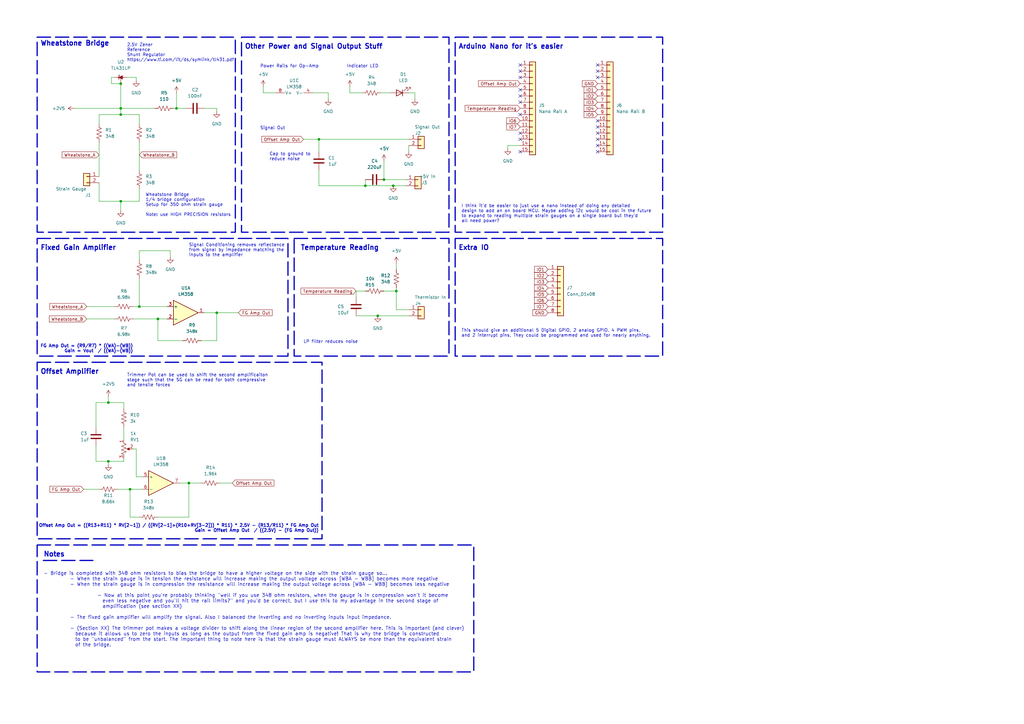
<source format=kicad_sch>
(kicad_sch (version 20230121) (generator eeschema)
  (paper "A3")
  (lib_symbols
    (symbol "Amplifier_Operational:LM358" (pin_names (offset 0.127))
      (property "Reference" "U" (at 0 5.08 0))
      (property "Value" "LM358" (at 0 -5.08 0))
      (symbol "LM358_1_1"
        (polyline (pts (xy -5.08 5.08) (xy 5.08 0) (xy -5.08 -5.08) (xy -5.08 5.08)) (stroke (width 0.254)) (fill (type background)))
        (pin output line (at 7.62 0 180) (length 2.54) (name "~") (number "1"))
        (pin input line (at -7.62 -2.54 0) (length 2.54) (name "-") (number "2"))
        (pin input line (at -7.62 2.54 0) (length 2.54) (name "+") (number "3"))
      )
      (symbol "LM358_2_1"
        (polyline (pts (xy -5.08 5.08) (xy 5.08 0) (xy -5.08 -5.08) (xy -5.08 5.08)) (stroke (width 0.254)) (fill (type background)))
        (pin input line (at -7.62 2.54 0) (length 2.54) (name "+") (number "5"))
        (pin input line (at -7.62 -2.54 0) (length 2.54) (name "-") (number "6"))
        (pin output line (at 7.62 0 180) (length 2.54) (name "~") (number "7"))
      )
      (symbol "LM358_3_1"
        (pin power_in line (at -2.54 -7.62 90) (length 3.81) (name "V-") (number "4"))
        (pin power_in line (at -2.54 7.62 270) (length 3.81) (name "V+") (number "8"))
      )
    )
    (symbol "Connector_Generic:Conn_01x02" (pin_names (offset 1.016) hide)
      (property "Reference" "J" (at 0 2.54 0))
      (property "Value" "Conn_01x02" (at 0 -5.08 0))
      (symbol "Conn_01x02_1_1"
        (rectangle (start -1.27 -2.413) (end 0 -2.667) (stroke (width 0.1524)))
        (rectangle (start -1.27 0.127) (end 0 -0.127) (stroke (width 0.1524)))
        (rectangle (start -1.27 1.27) (end 1.27 -3.81) (stroke (width 0.254)) (fill (type background)))
        (pin passive line (at -5.08 0 0) (length 3.81) (name "Pin_1") (number "1"))
        (pin passive line (at -5.08 -2.54 0) (length 3.81) (name "Pin_2") (number "2"))
      )
    )
    (symbol "Connector_Generic:Conn_01x08" (pin_names (offset 1.016) hide)
      (property "Reference" "J" (at 0 10.16 0))
      (property "Value" "Conn_01x08" (at 0 -12.7 0))
      (symbol "Conn_01x08_1_1"
        (rectangle (start -1.27 -10.033) (end 0 -10.287) (stroke (width 0.1524)))
        (rectangle (start -1.27 -7.493) (end 0 -7.747) (stroke (width 0.1524)))
        (rectangle (start -1.27 -4.953) (end 0 -5.207) (stroke (width 0.1524)))
        (rectangle (start -1.27 -2.413) (end 0 -2.667) (stroke (width 0.1524)))
        (rectangle (start -1.27 0.127) (end 0 -0.127) (stroke (width 0.1524)))
        (rectangle (start -1.27 2.667) (end 0 2.413) (stroke (width 0.1524)))
        (rectangle (start -1.27 5.207) (end 0 4.953) (stroke (width 0.1524)))
        (rectangle (start -1.27 7.747) (end 0 7.493) (stroke (width 0.1524)))
        (rectangle (start -1.27 8.89) (end 1.27 -11.43) (stroke (width 0.254)) (fill (type background)))
        (pin passive line (at -5.08 7.62 0) (length 3.81) (name "Pin_1") (number "1"))
        (pin passive line (at -5.08 5.08 0) (length 3.81) (name "Pin_2") (number "2"))
        (pin passive line (at -5.08 2.54 0) (length 3.81) (name "Pin_3") (number "3"))
        (pin passive line (at -5.08 0 0) (length 3.81) (name "Pin_4") (number "4"))
        (pin passive line (at -5.08 -2.54 0) (length 3.81) (name "Pin_5") (number "5"))
        (pin passive line (at -5.08 -5.08 0) (length 3.81) (name "Pin_6") (number "6"))
        (pin passive line (at -5.08 -7.62 0) (length 3.81) (name "Pin_7") (number "7"))
        (pin passive line (at -5.08 -10.16 0) (length 3.81) (name "Pin_8") (number "8"))
      )
    )
    (symbol "Connector_Generic:Conn_01x15" (pin_names (offset 1.016) hide)
      (property "Reference" "J" (at 0 20.32 0))
      (property "Value" "Conn_01x15" (at 0 -20.32 0))
      (symbol "Conn_01x15_1_1"
        (rectangle (start -1.27 -17.653) (end 0 -17.907) (stroke (width 0.1524)))
        (rectangle (start -1.27 -15.113) (end 0 -15.367) (stroke (width 0.1524)))
        (rectangle (start -1.27 -12.573) (end 0 -12.827) (stroke (width 0.1524)))
        (rectangle (start -1.27 -10.033) (end 0 -10.287) (stroke (width 0.1524)))
        (rectangle (start -1.27 -7.493) (end 0 -7.747) (stroke (width 0.1524)))
        (rectangle (start -1.27 -4.953) (end 0 -5.207) (stroke (width 0.1524)))
        (rectangle (start -1.27 -2.413) (end 0 -2.667) (stroke (width 0.1524)))
        (rectangle (start -1.27 0.127) (end 0 -0.127) (stroke (width 0.1524)))
        (rectangle (start -1.27 2.667) (end 0 2.413) (stroke (width 0.1524)))
        (rectangle (start -1.27 5.207) (end 0 4.953) (stroke (width 0.1524)))
        (rectangle (start -1.27 7.747) (end 0 7.493) (stroke (width 0.1524)))
        (rectangle (start -1.27 10.287) (end 0 10.033) (stroke (width 0.1524)))
        (rectangle (start -1.27 12.827) (end 0 12.573) (stroke (width 0.1524)))
        (rectangle (start -1.27 15.367) (end 0 15.113) (stroke (width 0.1524)))
        (rectangle (start -1.27 17.907) (end 0 17.653) (stroke (width 0.1524)))
        (rectangle (start -1.27 19.05) (end 1.27 -19.05) (stroke (width 0.254)) (fill (type background)))
        (pin passive line (at -5.08 17.78 0) (length 3.81) (name "Pin_1") (number "1"))
        (pin passive line (at -5.08 -5.08 0) (length 3.81) (name "Pin_10") (number "10"))
        (pin passive line (at -5.08 -7.62 0) (length 3.81) (name "Pin_11") (number "11"))
        (pin passive line (at -5.08 -10.16 0) (length 3.81) (name "Pin_12") (number "12"))
        (pin passive line (at -5.08 -12.7 0) (length 3.81) (name "Pin_13") (number "13"))
        (pin passive line (at -5.08 -15.24 0) (length 3.81) (name "Pin_14") (number "14"))
        (pin passive line (at -5.08 -17.78 0) (length 3.81) (name "Pin_15") (number "15"))
        (pin passive line (at -5.08 15.24 0) (length 3.81) (name "Pin_2") (number "2"))
        (pin passive line (at -5.08 12.7 0) (length 3.81) (name "Pin_3") (number "3"))
        (pin passive line (at -5.08 10.16 0) (length 3.81) (name "Pin_4") (number "4"))
        (pin passive line (at -5.08 7.62 0) (length 3.81) (name "Pin_5") (number "5"))
        (pin passive line (at -5.08 5.08 0) (length 3.81) (name "Pin_6") (number "6"))
        (pin passive line (at -5.08 2.54 0) (length 3.81) (name "Pin_7") (number "7"))
        (pin passive line (at -5.08 0 0) (length 3.81) (name "Pin_8") (number "8"))
        (pin passive line (at -5.08 -2.54 0) (length 3.81) (name "Pin_9") (number "9"))
      )
    )
    (symbol "Device:C" (pin_numbers hide) (pin_names (offset 0.254))
      (property "Reference" "C" (at 0.635 2.54 0))
      (property "Value" "C" (at 0.635 -2.54 0))
      (symbol "C_0_1"
        (polyline (pts (xy -2.032 -0.762) (xy 2.032 -0.762)) (stroke (width 0.508)))
        (polyline (pts (xy -2.032 0.762) (xy 2.032 0.762)) (stroke (width 0.508)))
      )
      (symbol "C_1_1"
        (pin passive line (at 0 3.81 270) (length 2.794) (name "~") (number "1"))
        (pin passive line (at 0 -3.81 90) (length 2.794) (name "~") (number "2"))
      )
    )
    (symbol "Device:LED" (pin_numbers hide) (pin_names (offset 1.016) hide)
      (property "Reference" "D" (at 0 2.54 0))
      (property "Value" "LED" (at 0 -2.54 0))
      (symbol "LED_0_1"
        (polyline (pts (xy -1.27 -1.27) (xy -1.27 1.27)) (stroke (width 0.254)))
        (polyline (pts (xy -1.27 0) (xy 1.27 0)))
        (polyline (pts (xy 1.27 -1.27) (xy 1.27 1.27) (xy -1.27 0) (xy 1.27 -1.27)) (stroke (width 0.254)))
        (polyline (pts (xy -3.048 -0.762) (xy -4.572 -2.286) (xy -3.81 -2.286) (xy -4.572 -2.286) (xy -4.572 -1.524)))
        (polyline (pts (xy -1.778 -0.762) (xy -3.302 -2.286) (xy -2.54 -2.286) (xy -3.302 -2.286) (xy -3.302 -1.524)))
      )
      (symbol "LED_1_1"
        (pin passive line (at -3.81 0 0) (length 2.54) (name "K") (number "1"))
        (pin passive line (at 3.81 0 180) (length 2.54) (name "A") (number "2"))
      )
    )
    (symbol "Device:R_Potentiometer_US" (pin_names (offset 1.016) hide)
      (property "Reference" "RV" (at -4.445 0 90))
      (property "Value" "R_Potentiometer_US" (at -2.54 0 90))
      (symbol "R_Potentiometer_US_0_1"
        (polyline (pts (xy 0 -2.286) (xy 0 -2.54)))
        (polyline (pts (xy 0 2.54) (xy 0 2.286)))
        (polyline (pts (xy 2.54 0) (xy 1.524 0)))
        (polyline (pts (xy 1.143 0) (xy 2.286 0.508) (xy 2.286 -0.508) (xy 1.143 0)) (fill (type outline)))
        (polyline (pts (xy 0 -0.762) (xy 1.016 -1.143) (xy 0 -1.524) (xy -1.016 -1.905) (xy 0 -2.286)))
        (polyline (pts (xy 0 0.762) (xy 1.016 0.381) (xy 0 0) (xy -1.016 -0.381) (xy 0 -0.762)))
        (polyline (pts (xy 0 2.286) (xy 1.016 1.905) (xy 0 1.524) (xy -1.016 1.143) (xy 0 0.762)))
      )
      (symbol "R_Potentiometer_US_1_1"
        (pin passive line (at 0 3.81 270) (length 1.27) (name "1") (number "1"))
        (pin passive line (at 3.81 0 180) (length 1.27) (name "2") (number "2"))
        (pin passive line (at 0 -3.81 90) (length 1.27) (name "3") (number "3"))
      )
    )
    (symbol "Device:R_US" (pin_numbers hide) (pin_names (offset 0))
      (property "Reference" "R" (at 2.54 0 90))
      (property "Value" "R_US" (at -2.54 0 90))
      (symbol "R_US_0_1"
        (polyline (pts (xy 0 -2.286) (xy 0 -2.54)))
        (polyline (pts (xy 0 2.286) (xy 0 2.54)))
        (polyline (pts (xy 0 -0.762) (xy 1.016 -1.143) (xy 0 -1.524) (xy -1.016 -1.905) (xy 0 -2.286)))
        (polyline (pts (xy 0 0.762) (xy 1.016 0.381) (xy 0 0) (xy -1.016 -0.381) (xy 0 -0.762)))
        (polyline (pts (xy 0 2.286) (xy 1.016 1.905) (xy 0 1.524) (xy -1.016 1.143) (xy 0 0.762)))
      )
      (symbol "R_US_1_1"
        (pin passive line (at 0 3.81 270) (length 1.27) (name "~") (number "1"))
        (pin passive line (at 0 -3.81 90) (length 1.27) (name "~") (number "2"))
      )
    )
    (symbol "Reference_Voltage:TL431LP" (pin_numbers hide) (pin_names hide)
      (property "Reference" "U" (at -2.54 2.54 0))
      (property "Value" "TL431LP" (at 0 -2.54 0))
      (symbol "TL431LP_0_1"
        (polyline (pts (xy -1.27 0) (xy 0 0) (xy 1.27 0)))
        (polyline (pts (xy -0.762 0.762) (xy 0.762 0) (xy -0.762 -0.762)) (fill (type outline)))
        (polyline (pts (xy 0.508 -1.016) (xy 0.762 -0.762) (xy 0.762 0.762) (xy 0.762 0.762)) (stroke (width 0.254)))
      )
      (symbol "TL431LP_1_1"
        (pin passive line (at 0 2.54 270) (length 2.54) (name "REF") (number "1"))
        (pin passive line (at -2.54 0 0) (length 2.54) (name "A") (number "2"))
        (pin passive line (at 2.54 0 180) (length 2.54) (name "K") (number "3"))
      )
    )
    (symbol "power:+2V5" (power) (pin_names (offset 0))
      (property "Value" "+2V5" (at 0 3.556 0))
      (symbol "+2V5_0_1"
        (polyline (pts (xy -0.762 1.27) (xy 0 2.54)))
        (polyline (pts (xy 0 0) (xy 0 2.54)))
        (polyline (pts (xy 0 2.54) (xy 0.762 1.27)))
      )
      (symbol "+2V5_1_1"
        (pin power_in line (at 0 0 90) (length 0) hide (name "+2V5") (number "1"))
      )
    )
    (symbol "power:+5V" (power) (pin_names (offset 0))
      (property "Value" "+5V" (at 0 3.556 0))
      (symbol "+5V_0_1"
        (polyline (pts (xy -0.762 1.27) (xy 0 2.54)))
        (polyline (pts (xy 0 0) (xy 0 2.54)))
        (polyline (pts (xy 0 2.54) (xy 0.762 1.27)))
      )
      (symbol "+5V_1_1"
        (pin power_in line (at 0 0 90) (length 0) hide (name "+5V") (number "1"))
      )
    )
    (symbol "power:GND" (power) (pin_names (offset 0))
      (property "Value" "GND" (at 0 -3.81 0))
      (symbol "GND_0_1"
        (polyline (pts (xy 0 0) (xy 0 -1.27) (xy 1.27 -1.27) (xy 0 -2.54) (xy -1.27 -1.27) (xy 0 -1.27)))
      )
      (symbol "GND_1_1"
        (pin power_in line (at 0 0 270) (length 0) hide (name "GND") (number "1"))
      )
    )
  )
  (junction (at 49.53 46.99))
  (junction (at 88.9 128.27))
  (junction (at 154.94 129.54))
  (junction (at 57.15 125.73))
  (junction (at 49.53 34.29))
  (junction (at 149.86 76.2))
  (junction (at 162.56 119.38))
  (junction (at 44.45 189.23))
  (junction (at 64.77 130.81))
  (junction (at 44.45 165.1))
  (junction (at 49.53 44.45))
  (junction (at 53.34 200.66))
  (junction (at 77.47 198.12))
  (junction (at 161.29 76.2))
  (junction (at 49.53 82.55))
  (junction (at 157.48 73.66))
  (junction (at 72.39 44.45))
  (junction (at 130.81 57.15))
  (no_connect (at 213.36 62.23))
  (no_connect (at 213.36 36.83))
  (no_connect (at 213.36 26.67))
  (no_connect (at 245.11 62.23))
  (no_connect (at 213.36 39.37))
  (no_connect (at 245.11 49.53))
  (no_connect (at 213.36 54.61))
  (no_connect (at 245.11 31.75))
  (no_connect (at 213.36 46.99))
  (no_connect (at 245.11 59.69))
  (no_connect (at 245.11 29.21))
  (no_connect (at 245.11 57.15))
  (no_connect (at 245.11 54.61))
  (no_connect (at 213.36 29.21))
  (no_connect (at 245.11 26.67))
  (no_connect (at 213.36 41.91))
  (no_connect (at 245.11 52.07))
  (no_connect (at 213.36 57.15))
  (no_connect (at 213.36 31.75))
  (wire (pts (xy 162.56 107.95) (xy 162.56 110.49)))
  (wire (pts (xy 130.81 57.15) (xy 130.81 62.23)))
  (wire (pts (xy 143.51 35.56) (xy 143.51 38.1)))
  (wire (pts (xy 167.64 59.69) (xy 167.64 62.23)))
  (wire (pts (xy 53.34 200.66) (xy 58.42 200.66)))
  (wire (pts (xy 167.64 127) (xy 162.56 127)))
  (wire (pts (xy 40.64 74.93) (xy 40.64 82.55)))
  (wire (pts (xy 39.37 165.1) (xy 44.45 165.1)))
  (wire (pts (xy 107.95 35.56) (xy 107.95 38.1)))
  (wire (pts (xy 57.15 58.42) (xy 57.15 69.85)))
  (wire (pts (xy 130.81 57.15) (xy 167.64 57.15)))
  (wire (pts (xy 44.45 189.23) (xy 39.37 189.23)))
  (wire (pts (xy 90.17 198.12) (xy 95.25 198.12)))
  (wire (pts (xy 57.15 77.47) (xy 57.15 82.55)))
  (wire (pts (xy 39.37 189.23) (xy 39.37 182.88)))
  (wire (pts (xy 107.95 38.1) (xy 113.03 38.1)))
  (wire (pts (xy 157.48 66.04) (xy 157.48 73.66)))
  (wire (pts (xy 83.82 128.27) (xy 88.9 128.27)))
  (wire (pts (xy 64.77 130.81) (xy 68.58 130.81)))
  (wire (pts (xy 53.34 212.09) (xy 53.34 200.66)))
  (wire (pts (xy 57.15 106.68) (xy 57.15 102.87)))
  (wire (pts (xy 54.61 184.15) (xy 55.88 184.15)))
  (wire (pts (xy 40.64 58.42) (xy 40.64 72.39)))
  (wire (pts (xy 88.9 45.72) (xy 88.9 44.45)))
  (wire (pts (xy 49.53 82.55) (xy 49.53 86.36)))
  (wire (pts (xy 69.85 102.87) (xy 69.85 105.41)))
  (wire (pts (xy 55.88 31.75) (xy 55.88 33.02)))
  (wire (pts (xy 50.8 165.1) (xy 50.8 167.64)))
  (wire (pts (xy 55.88 184.15) (xy 55.88 195.58)))
  (wire (pts (xy 162.56 127) (xy 162.56 119.38)))
  (wire (pts (xy 44.45 162.56) (xy 44.45 165.1)))
  (wire (pts (xy 49.53 44.45) (xy 49.53 46.99)))
  (wire (pts (xy 40.64 46.99) (xy 49.53 46.99)))
  (wire (pts (xy 49.53 46.99) (xy 57.15 46.99)))
  (wire (pts (xy 48.26 200.66) (xy 53.34 200.66)))
  (wire (pts (xy 77.47 198.12) (xy 82.55 198.12)))
  (wire (pts (xy 134.62 38.1) (xy 134.62 40.64)))
  (wire (pts (xy 208.28 59.69) (xy 213.36 59.69)))
  (wire (pts (xy 55.88 195.58) (xy 58.42 195.58)))
  (wire (pts (xy 154.94 129.54) (xy 167.64 129.54)))
  (wire (pts (xy 88.9 128.27) (xy 97.79 128.27)))
  (wire (pts (xy 50.8 187.96) (xy 50.8 189.23)))
  (wire (pts (xy 88.9 139.7) (xy 82.55 139.7)))
  (wire (pts (xy 35.56 125.73) (xy 46.99 125.73)))
  (wire (pts (xy 46.99 31.75) (xy 45.72 31.75)))
  (wire (pts (xy 35.56 130.81) (xy 46.99 130.81)))
  (wire (pts (xy 149.86 73.66) (xy 149.86 76.2)))
  (wire (pts (xy 50.8 189.23) (xy 44.45 189.23)))
  (wire (pts (xy 130.81 76.2) (xy 149.86 76.2)))
  (wire (pts (xy 49.53 44.45) (xy 63.5 44.45)))
  (wire (pts (xy 45.72 31.75) (xy 45.72 34.29)))
  (wire (pts (xy 130.81 69.85) (xy 130.81 76.2)))
  (wire (pts (xy 156.21 38.1) (xy 160.02 38.1)))
  (wire (pts (xy 49.53 82.55) (xy 57.15 82.55)))
  (wire (pts (xy 128.27 38.1) (xy 134.62 38.1)))
  (wire (pts (xy 72.39 38.1) (xy 72.39 44.45)))
  (wire (pts (xy 45.72 34.29) (xy 49.53 34.29)))
  (wire (pts (xy 146.05 129.54) (xy 154.94 129.54)))
  (wire (pts (xy 49.53 34.29) (xy 49.53 44.45)))
  (wire (pts (xy 146.05 121.92) (xy 146.05 119.38)))
  (wire (pts (xy 34.29 200.66) (xy 40.64 200.66)))
  (wire (pts (xy 40.64 82.55) (xy 49.53 82.55)))
  (wire (pts (xy 73.66 198.12) (xy 77.47 198.12)))
  (wire (pts (xy 50.8 175.26) (xy 50.8 180.34)))
  (wire (pts (xy 44.45 165.1) (xy 50.8 165.1)))
  (wire (pts (xy 44.45 189.23) (xy 44.45 190.5)))
  (wire (pts (xy 170.18 38.1) (xy 170.18 40.64)))
  (wire (pts (xy 74.93 139.7) (xy 64.77 139.7)))
  (wire (pts (xy 149.86 76.2) (xy 161.29 76.2)))
  (wire (pts (xy 88.9 44.45) (xy 83.82 44.45)))
  (wire (pts (xy 124.46 57.15) (xy 130.81 57.15)))
  (wire (pts (xy 54.61 130.81) (xy 64.77 130.81)))
  (wire (pts (xy 39.37 175.26) (xy 39.37 165.1)))
  (wire (pts (xy 143.51 38.1) (xy 148.59 38.1)))
  (wire (pts (xy 57.15 46.99) (xy 57.15 50.8)))
  (wire (pts (xy 64.77 139.7) (xy 64.77 130.81)))
  (wire (pts (xy 40.64 46.99) (xy 40.64 50.8)))
  (wire (pts (xy 57.15 114.3) (xy 57.15 125.73)))
  (wire (pts (xy 157.48 73.66) (xy 166.37 73.66)))
  (wire (pts (xy 64.77 212.09) (xy 77.47 212.09)))
  (wire (pts (xy 146.05 119.38) (xy 149.86 119.38)))
  (wire (pts (xy 57.15 212.09) (xy 53.34 212.09)))
  (wire (pts (xy 57.15 125.73) (xy 68.58 125.73)))
  (wire (pts (xy 208.28 60.96) (xy 208.28 59.69)))
  (wire (pts (xy 77.47 212.09) (xy 77.47 198.12)))
  (wire (pts (xy 30.48 44.45) (xy 49.53 44.45)))
  (wire (pts (xy 52.07 31.75) (xy 55.88 31.75)))
  (wire (pts (xy 161.29 76.2) (xy 166.37 76.2)))
  (wire (pts (xy 57.15 102.87) (xy 69.85 102.87)))
  (wire (pts (xy 71.12 44.45) (xy 72.39 44.45)))
  (wire (pts (xy 162.56 119.38) (xy 162.56 118.11)))
  (wire (pts (xy 88.9 128.27) (xy 88.9 139.7)))
  (wire (pts (xy 157.48 119.38) (xy 162.56 119.38)))
  (wire (pts (xy 72.39 44.45) (xy 76.2 44.45)))
  (wire (pts (xy 167.64 38.1) (xy 170.18 38.1)))
  (wire (pts (xy 54.61 125.73) (xy 57.15 125.73)))
  (rectangle (start 186.69 15.24) (end 271.78 95.25) (stroke (width 0.5) (type dash)))
  (rectangle (start 99.06 15.24) (end 184.15 95.25) (stroke (width 0.5) (type dash)))
  (rectangle (start 15.24 15.24) (end 96.52 95.25) (stroke (width 0.5) (type dash)))
  (rectangle (start 15.24 97.79) (end 118.11 146.05) (stroke (width 0.5) (type dash)))
  (rectangle (start 17.78 229.87) (end 38.1 229.87) (stroke (width 0.5) (type dash)))
  (rectangle (start 120.65 97.79) (end 184.15 146.05) (stroke (width 0.5) (type dash)))
  (rectangle (start 186.69 97.79) (end 271.78 146.05) (stroke (width 0.5) (type dash)))
  (rectangle (start 15.24 148.59) (end 132.08 220.98) (stroke (width 0.5) (type dash)))
  (rectangle (start 15.24 223.52) (end 194.31 275.59) (stroke (width 0.5) (type dash)))
  (text "- Bridge is completed with 348 ohm resistors to bias the bridge to have a higher voltage on the side with the strain gauge so...\n		- When the strain gauge is in tension the resistance will increase making the output voltage across [WBA - WBB] becomes more negative\n		- When the strain gauge is in compression the resistance will increase making the output voltage across [WBA - WBB] becomes less negative\n\n				- Now at this point you're probably thinking \"well if you use 348 ohm resistors, when the gauge is in compression won't it become \n				  even less negative and you'll hit the rail limits?\" and you'd be correct, but I use this to my advantage in the second stage of \n				  amplification (see section XX)\n\n		- The fixed gain amplifier will amplify the signal. Also I balanced the inverting and no inverting inputs input impedance. \n\n		- (Section XX) The trimmer pot makes a voltage divider to shift along the linear region of the second amplifier here. This is important (and clever)\n		  because it allows us to zero the inputs as long as the output from the fixed gain amp is negative! That is why the bridge is constructed\n		  to be \"unbalanced\" from the start. The important thing to note here is that the strain gauge must ALWAYS be more than the equivalent strain \n		  of the bridge. " (at 17.78 265.43 0) (effects (font (size 1.4 1.4)) (justify left bottom)))
  (text "Cap to ground to \nreduce noise" (at 110.49 66.04 0) (effects (font (size 1.27 1.27)) (justify left bottom)))
  (text "Offset Amplifier" (at 16.51 153.67 0) (effects (font (size 2 2) (thickness 0.4) bold) (justify left bottom)))
  (text "Fixed Gain Amplifier" (at 16.51 102.87 0) (effects (font (size 2 2) (thickness 0.4) bold) (justify left bottom)))
  (text "Wheatstone Bridge\n1/4 bridge configuration\nSetup for 350 ohm strain gauge\n\nNote: use HIGH PRECISION resistors\n" (at 59.69 88.9 0) (effects (font (size 1.27 1.27)) (justify left bottom)))
  (text "FG Amp Out = (R9/R7) * ((WA)-(WB))\n      Gain = Vout  / ((WA)-(WB))" (at 54.61 144.78 0) (effects (font (size 1.27 1.27) (thickness 0.254) bold) (justify right bottom)))
  (text "Arduino Nano for it's easier" (at 187.96 20.32 0) (effects (font (size 2 2) (thickness 0.4) bold) (justify left bottom)))
  (text "2.5V Zener \nReference\nShunt Regulator\nhttps://www.ti.com/lit/ds/symlink/tl431.pdf" (at 52.07 25.4 0) (effects (font (size 1.27 1.27)) (justify left bottom)))
  (text "Signal Out" (at 106.68 53.34 0) (effects (font (size 1.27 1.27)) (justify left bottom)))
  (text "Signal Conditioning removes reflectance\nfrom signal by impedance matching the\ninputs to the amplifier" (at 77.47 105.41 0) (effects (font (size 1.27 1.27)) (justify left bottom)))
  (text "Indicator LED" (at 142.24 27.94 0) (effects (font (size 1.27 1.27)) (justify left bottom)))
  (text "Trimmer Pot can be used to shift the second amplificaiton\nstage such that the SG can be read for both compressive\nand tensile forces" (at 52.07 158.75 0) (effects (font (size 1.27 1.27)) (justify left bottom)))
  (text "Notes\n" (at 17.78 228.6 0) (effects (font (size 2 2) (thickness 0.4) bold) (justify left bottom)))
  (text "Other Power and Signal Output Stuff" (at 100.33 20.32 0) (effects (font (size 2 2) (thickness 0.4) bold) (justify left bottom)))
  (text "I think it'd be easier to just use a nano instead of doing any detailed\ndesign to add an on board MCU. Maybe adding i2c would be cool in the future\nto expand to reading multiple strain gauges on a single board but they'd \nall need power?" (at 189.23 91.44 0) (effects (font (size 1.27 1.27)) (justify left bottom)))
  (text "Extra IO" (at 187.96 102.87 0) (effects (font (size 2 2) (thickness 0.4) bold) (justify left bottom)))
  (text "This should give an additional 5 Digital GPIO, 2 analog GPIO, 4 PWM pins, \nand 2 interrupt pins. They could be programmed and used for nearly anything." (at 189.23 138.43 0) (effects (font (size 1.27 1.27)) (justify left bottom)))
  (text "Temperature Reading" (at 123.19 102.87 0) (effects (font (size 2 2) (thickness 0.4) bold) (justify left bottom)))
  (text "Offset Amp Out = ((R13+R11) * RV[2-1]) / ((RV[2-1]+(R10+RV[3-2])) * R11) * 2.5V - (R13/R11) * FG Amp Out\n      														Gain = Offset Amp Out  / ((2.5V) - (FG Amp Out))" (at 130.81 218.44 0) (effects (font (size 1.27 1.27) (thickness 0.254) bold) (justify right bottom)))
  (text "LP filter reduces noise" (at 124.46 140.97 0) (effects (font (size 1.27 1.27)) (justify left bottom)))
  (text "Power Rails for Op-Amp" (at 106.68 27.94 0) (effects (font (size 1.27 1.27)) (justify left bottom)))
  (text "Wheatstone Bridge" (at 16.51 19.05 0) (effects (font (size 2 2) (thickness 0.4) bold) (justify left bottom)))
  (global_label "IO5" (shape input) (at 245.11 46.99 180) (property "Intersheetrefs" "${INTERSHEET_REFS}" (effects hide)))
  (global_label "Temperature Reading" (shape input) (at 146.05 119.38 180) (property "Intersheetrefs" "${INTERSHEET_REFS}" (effects hide)))
  (global_label "Wheatstone_A" (shape input) (at 40.64 63.5 180) (property "Intersheetrefs" "${INTERSHEET_REFS}" (effects hide)))
  (global_label "IO1" (shape input) (at 224.79 110.49 180) (property "Intersheetrefs" "${INTERSHEET_REFS}" (effects hide)))
  (global_label "IO6" (shape input) (at 213.36 49.53 180) (property "Intersheetrefs" "${INTERSHEET_REFS}" (effects hide)))
  (global_label "Temperature Reading" (shape input) (at 213.36 44.45 180) (property "Intersheetrefs" "${INTERSHEET_REFS}" (effects hide)))
  (global_label "Offset Amp Out" (shape input) (at 213.36 34.29 180) (property "Intersheetrefs" "${INTERSHEET_REFS}" (effects hide)))
  (global_label "IO4" (shape input) (at 224.79 118.11 180) (property "Intersheetrefs" "${INTERSHEET_REFS}" (effects hide)))
  (global_label "Offset Amp Out" (shape input) (at 95.25 198.12 0) (property "Intersheetrefs" "${INTERSHEET_REFS}" (effects hide)))
  (global_label "IO3" (shape input) (at 224.79 115.57 180) (property "Intersheetrefs" "${INTERSHEET_REFS}" (effects hide)))
  (global_label "IO4" (shape input) (at 245.11 44.45 180) (property "Intersheetrefs" "${INTERSHEET_REFS}" (effects hide)))
  (global_label "IO6" (shape input) (at 224.79 123.19 180) (property "Intersheetrefs" "${INTERSHEET_REFS}" (effects hide)))
  (global_label "Offset Amp Out" (shape input) (at 124.46 57.15 180) (property "Intersheetrefs" "${INTERSHEET_REFS}" (effects hide)))
  (global_label "IO7" (shape input) (at 213.36 52.07 180) (property "Intersheetrefs" "${INTERSHEET_REFS}" (effects hide)))
  (global_label "Wheatstone_B" (shape input) (at 35.56 130.81 180) (property "Intersheetrefs" "${INTERSHEET_REFS}" (effects hide)))
  (global_label "FG Amp Out" (shape input) (at 34.29 200.66 180) (property "Intersheetrefs" "${INTERSHEET_REFS}" (effects hide)))
  (global_label "Wheatstone_B" (shape input) (at 57.15 63.5 0) (property "Intersheetrefs" "${INTERSHEET_REFS}" (effects hide)))
  (global_label "FG Amp Out" (shape input) (at 97.79 128.27 0) (property "Intersheetrefs" "${INTERSHEET_REFS}" (effects hide)))
  (global_label "GND" (shape input) (at 224.79 128.27 180) (property "Intersheetrefs" "${INTERSHEET_REFS}" (effects hide)))
  (global_label "IO7" (shape input) (at 224.79 125.73 180) (property "Intersheetrefs" "${INTERSHEET_REFS}" (effects hide)))
  (global_label "IO2" (shape input) (at 245.11 39.37 180) (property "Intersheetrefs" "${INTERSHEET_REFS}" (effects hide)))
  (global_label "IO2" (shape input) (at 224.79 113.03 180) (property "Intersheetrefs" "${INTERSHEET_REFS}" (effects hide)))
  (global_label "GND" (shape input) (at 245.11 34.29 180) (property "Intersheetrefs" "${INTERSHEET_REFS}" (effects hide)))
  (global_label "IO1" (shape input) (at 245.11 36.83 180) (property "Intersheetrefs" "${INTERSHEET_REFS}" (effects hide)))
  (global_label "IO3" (shape input) (at 245.11 41.91 180) (property "Intersheetrefs" "${INTERSHEET_REFS}" (effects hide)))
  (global_label "IO5" (shape input) (at 224.79 120.65 180) (property "Intersheetrefs" "${INTERSHEET_REFS}" (effects hide)))
  (global_label "Wheatstone_A" (shape input) (at 35.56 125.73 180) (property "Intersheetrefs" "${INTERSHEET_REFS}" (effects hide)))
  (symbol (lib_id "Connector_Generic:Conn_01x15") (at 250.19 44.45 0) (unit 1)
    (property "Reference" "J6" (at 252.73 43.18 0) (effects (justify left)))
    (property "Value" "Nano Rail B" (at 252.73 45.72 0) (effects (justify left)))
    (property "Footprint" "Connector_PinSocket_2.54mm:PinSocket_1x15_P2.54mm_Vertical" (effects hide))
  )
  (symbol (lib_id "Amplifier_Operational:LM358") (at 66.04 198.12 0) (unit 2)
    (property "Reference" "U1" (at 66.04 187.96 0))
    (property "Value" "LM358" (at 66.04 190.5 0))
    (property "Footprint" "Package_DIP:DIP-8_W7.62mm" (effects hide))
    (property "Datasheet" "http://www.ti.com/lit/ds/symlink/lm2904-n.pdf" (effects hide))
  )
  (symbol (lib_id "power:GND") (at 88.9 45.72 0) (unit 1)
    (property "Reference" "#PWR02" (effects hide))
    (property "Value" "GND" (at 88.9 50.8 0))
  )
  (symbol (lib_id "Connector_Generic:Conn_01x02") (at 35.56 72.39 0) (mirror y) (unit 1)
    (property "Reference" "J1" (at 36.195 80.01 0))
    (property "Value" "Strain Gauge" (at 29.21 77.47 0))
    (property "Footprint" "TerminalBlock_Phoenix:TerminalBlock_Phoenix_MKDS-1,5-2-5.08_1x02_P5.08mm_Horizontal" (effects hide))
  )
  (symbol (lib_id "Device:R_US") (at 67.31 44.45 90) (unit 1)
    (property "Reference" "R5" (at 67.31 38.1 90))
    (property "Value" "110" (at 67.31 40.64 90))
    (property "Footprint" "Resistor_SMD:R_1206_3216Metric" (effects hide))
  )
  (symbol (lib_id "Device:R_US") (at 44.45 200.66 90) (unit 1)
    (property "Reference" "R11" (at 44.45 203.2 90))
    (property "Value" "8.66k" (at 44.45 205.74 90))
    (property "Footprint" "Resistor_SMD:R_1206_3216Metric" (effects hide))
  )
  (symbol (lib_id "Device:R_US") (at 78.74 139.7 270) (unit 1)
    (property "Reference" "R9" (at 78.74 133.35 90))
    (property "Value" "348k" (at 78.74 135.89 90))
    (property "Footprint" "Resistor_SMD:R_1206_3216Metric" (effects hide))
  )
  (symbol (lib_id "power:+5V") (at 107.95 35.56 0) (unit 1)
    (property "Reference" "#PWR09" (effects hide))
    (property "Value" "+5V" (at 107.95 30.48 0))
  )
  (symbol (lib_id "Device:R_US") (at 40.64 54.61 0) (unit 1)
    (property "Reference" "R1" (at 43.18 53.34 0) (effects (justify left)))
    (property "Value" "348" (at 43.18 55.88 0) (effects (justify left)))
    (property "Footprint" "LED_SMD:LED_1206_3216Metric" (effects hide))
  )
  (symbol (lib_id "power:+5V") (at 157.48 66.04 0) (unit 1)
    (property "Reference" "#PWR013" (effects hide))
    (property "Value" "+5V" (at 157.48 60.96 0))
  )
  (symbol (lib_id "Device:R_Potentiometer_US") (at 50.8 184.15 0) (unit 1)
    (property "Reference" "RV1" (at 57.15 180.34 0) (effects (justify right)))
    (property "Value" "1k" (at 55.88 177.8 0) (effects (justify right)))
    (property "Footprint" "Potentiometer_THT:Potentiometer_Bourns_3266Y_Vertical" (effects hide))
  )
  (symbol (lib_id "power:GND") (at 134.62 40.64 0) (unit 1)
    (property "Reference" "#PWR010" (effects hide))
    (property "Value" "GND" (at 134.62 45.72 0))
  )
  (symbol (lib_id "Device:R_US") (at 60.96 212.09 270) (unit 1)
    (property "Reference" "R13" (at 60.96 205.74 90))
    (property "Value" "348k" (at 60.96 208.28 90))
    (property "Footprint" "Resistor_SMD:R_1206_3216Metric" (effects hide))
  )
  (symbol (lib_id "power:+2V5") (at 44.45 162.56 0) (unit 1)
    (property "Reference" "#PWR07" (effects hide))
    (property "Value" "+2V5" (at 44.45 157.48 0))
  )
  (symbol (lib_id "Device:C") (at 146.05 125.73 180) (unit 1)
    (property "Reference" "C5" (at 138.43 125.73 0) (effects (justify right)))
    (property "Value" "10uF" (at 138.43 128.27 0) (effects (justify right)))
    (property "Footprint" "Capacitor_SMD:C_1206_3216Metric" (effects hide))
  )
  (symbol (lib_id "power:GND") (at 44.45 190.5 0) (unit 1)
    (property "Reference" "#PWR08" (effects hide))
    (property "Value" "GND" (at 44.45 195.58 0))
  )
  (symbol (lib_id "Device:R_US") (at 50.8 171.45 0) (unit 1)
    (property "Reference" "R10" (at 53.34 170.18 0) (effects (justify left)))
    (property "Value" "3k" (at 53.34 172.72 0) (effects (justify left)))
    (property "Footprint" "Resistor_SMD:R_1206_3216Metric" (effects hide))
  )
  (symbol (lib_id "Device:R_US") (at 86.36 198.12 270) (unit 1)
    (property "Reference" "R14" (at 86.36 191.77 90))
    (property "Value" "1.96k" (at 86.36 194.31 90))
    (property "Footprint" "Resistor_SMD:R_1206_3216Metric" (effects hide))
  )
  (symbol (lib_id "Device:R_US") (at 50.8 125.73 90) (unit 1)
    (property "Reference" "R6" (at 50.8 119.38 90))
    (property "Value" "6.98k" (at 50.8 121.92 90))
    (property "Footprint" "Resistor_SMD:R_1206_3216Metric" (effects hide))
  )
  (symbol (lib_id "Amplifier_Operational:LM358") (at 76.2 128.27 0) (unit 1)
    (property "Reference" "U1" (at 76.2 118.11 0))
    (property "Value" "LM358" (at 76.2 120.65 0))
    (property "Footprint" "Package_DIP:DIP-8_W7.62mm" (effects hide))
    (property "Datasheet" "http://www.ti.com/lit/ds/symlink/lm2904-n.pdf" (effects hide))
  )
  (symbol (lib_id "Device:R_US") (at 57.15 110.49 180) (unit 1)
    (property "Reference" "R8" (at 59.69 109.22 0) (effects (justify right)))
    (property "Value" "348k" (at 59.69 111.76 0) (effects (justify right)))
    (property "Footprint" "Resistor_SMD:R_1206_3216Metric" (effects hide))
  )
  (symbol (lib_id "Connector_Generic:Conn_01x15") (at 218.44 44.45 0) (unit 1)
    (property "Reference" "J5" (at 220.98 43.18 0) (effects (justify left)))
    (property "Value" "Nano Rail A" (at 220.98 45.72 0) (effects (justify left)))
    (property "Footprint" "Connector_PinSocket_2.54mm:PinSocket_1x15_P2.54mm_Vertical" (effects hide))
  )
  (symbol (lib_id "Reference_Voltage:TL431LP") (at 49.53 31.75 180) (unit 1)
    (property "Reference" "U2" (at 49.53 25.4 0))
    (property "Value" "TL431LP" (at 49.53 27.94 0))
    (property "Footprint" "Package_TO_SOT_THT:TO-92_Inline" (effects hide))
    (property "Datasheet" "http://www.ti.com/lit/ds/symlink/tl431.pdf" (effects hide))
  )
  (symbol (lib_id "Device:C") (at 130.81 66.04 0) (unit 1)
    (property "Reference" "C1" (at 134.62 64.77 0) (effects (justify left)))
    (property "Value" "1uF" (at 134.62 67.31 0) (effects (justify left)))
    (property "Footprint" "Capacitor_SMD:C_1206_3216Metric" (effects hide))
  )
  (symbol (lib_id "power:GND") (at 55.88 33.02 0) (unit 1)
    (property "Reference" "#PWR01" (effects hide))
    (property "Value" "GND" (at 55.88 38.1 0))
  )
  (symbol (lib_id "Device:R_US") (at 57.15 54.61 0) (unit 1)
    (property "Reference" "R2" (at 59.69 53.34 0) (effects (justify left)))
    (property "Value" "348" (at 59.69 55.88 0) (effects (justify left)))
    (property "Footprint" "Resistor_SMD:R_1206_3216Metric" (effects hide))
  )
  (symbol (lib_id "power:GND") (at 167.64 62.23 0) (unit 1)
    (property "Reference" "#PWR014" (effects hide))
    (property "Value" "GND" (at 167.64 67.31 0))
  )
  (symbol (lib_id "Connector_Generic:Conn_01x02") (at 172.72 57.15 0) (unit 1)
    (property "Reference" "J2" (at 171.45 54.61 0))
    (property "Value" "Signal Out" (at 175.26 52.07 0))
    (property "Footprint" "TerminalBlock_Phoenix:TerminalBlock_Phoenix_MKDS-1,5-2-5.08_1x02_P5.08mm_Horizontal" (effects hide))
  )
  (symbol (lib_id "Device:C") (at 80.01 44.45 90) (unit 1)
    (property "Reference" "C2" (at 80.01 36.83 90))
    (property "Value" "100nF" (at 80.01 39.37 90))
    (property "Footprint" "Capacitor_SMD:C_1206_3216Metric" (effects hide))
  )
  (symbol (lib_id "power:GND") (at 208.28 60.96 0) (unit 1)
    (property "Reference" "#PWR018" (effects hide))
    (property "Value" "GND" (at 208.28 66.04 0))
  )
  (symbol (lib_id "Device:R_US") (at 152.4 38.1 90) (unit 1)
    (property "Reference" "R4" (at 152.4 31.75 90))
    (property "Value" "348" (at 152.4 34.29 90))
    (property "Footprint" "Resistor_SMD:R_1206_3216Metric" (effects hide))
  )
  (symbol (lib_id "power:+5V") (at 143.51 35.56 0) (unit 1)
    (property "Reference" "#PWR011" (effects hide))
    (property "Value" "+5V" (at 143.51 30.48 0))
  )
  (symbol (lib_id "Connector_Generic:Conn_01x08") (at 229.87 118.11 0) (unit 1)
    (property "Reference" "J7" (at 232.41 118.11 0) (effects (justify left)))
    (property "Value" "Conn_01x08" (at 232.41 120.65 0) (effects (justify left)))
  )
  (symbol (lib_id "power:GND") (at 49.53 86.36 0) (unit 1)
    (property "Reference" "#PWR05" (effects hide))
    (property "Value" "GND" (at 49.53 91.44 0))
  )
  (symbol (lib_id "Device:R_US") (at 50.8 130.81 90) (unit 1)
    (property "Reference" "R7" (at 50.8 134.62 90))
    (property "Value" "6.98k" (at 50.8 137.16 90))
    (property "Footprint" "Resistor_SMD:R_1206_3216Metric" (effects hide))
  )
  (symbol (lib_id "power:GND") (at 69.85 105.41 0) (unit 1)
    (property "Reference" "#PWR06" (effects hide))
    (property "Value" "GND" (at 69.85 110.49 0))
  )
  (symbol (lib_id "power:+5V") (at 162.56 107.95 0) (unit 1)
    (property "Reference" "#PWR016" (effects hide))
    (property "Value" "+5V" (at 162.56 102.87 0))
  )
  (symbol (lib_id "power:GND") (at 161.29 76.2 0) (unit 1)
    (property "Reference" "#PWR015" (effects hide))
    (property "Value" "GND" (at 161.29 81.28 0))
  )
  (symbol (lib_id "Device:R_US") (at 57.15 73.66 0) (unit 1)
    (property "Reference" "R3" (at 59.69 72.39 0) (effects (justify left)))
    (property "Value" "348" (at 59.69 74.93 0) (effects (justify left)))
    (property "Footprint" "Resistor_SMD:R_1206_3216Metric" (effects hide))
  )
  (symbol (lib_id "power:+5V") (at 72.39 38.1 0) (unit 1)
    (property "Reference" "#PWR03" (effects hide))
    (property "Value" "+5V" (at 72.39 33.02 0))
  )
  (symbol (lib_id "power:GND") (at 170.18 40.64 0) (unit 1)
    (property "Reference" "#PWR012" (effects hide))
    (property "Value" "GND" (at 170.18 45.72 0))
  )
  (symbol (lib_id "Device:C") (at 153.67 73.66 90) (unit 1)
    (property "Reference" "C4" (at 153.67 66.04 90))
    (property "Value" "220uF" (at 153.67 68.58 90))
    (property "Footprint" "Capacitor_SMD:C_1206_3216Metric" (effects hide))
  )
  (symbol (lib_id "power:+2V5") (at 30.48 44.45 90) (unit 1)
    (property "Reference" "#PWR04" (effects hide))
    (property "Value" "+2V5" (at 26.67 44.45 90) (effects (justify left)))
  )
  (symbol (lib_id "Device:R_US") (at 162.56 114.3 0) (unit 1)
    (property "Reference" "R12" (at 156.21 113.03 0) (effects (justify left)))
    (property "Value" "348" (at 156.21 115.57 0) (effects (justify left)))
    (property "Footprint" "Resistor_SMD:R_1206_3216Metric" (effects hide))
  )
  (symbol (lib_id "Amplifier_Operational:LM358") (at 120.65 35.56 90) (unit 3)
    (property "Reference" "U1" (at 120.65 33.02 90))
    (property "Value" "LM358" (at 120.65 35.56 90))
    (property "Footprint" "Package_DIP:DIP-8_W7.62mm" (effects hide))
    (property "Datasheet" "http://www.ti.com/lit/ds/symlink/lm2904-n.pdf" (effects hide))
  )
  (symbol (lib_id "Device:C") (at 39.37 179.07 0) (unit 1)
    (property "Reference" "C3" (at 33.02 177.8 0) (effects (justify left)))
    (property "Value" "1uF" (at 33.02 180.34 0) (effects (justify left)))
    (property "Footprint" "Capacitor_SMD:C_1206_3216Metric" (effects hide))
  )
  (symbol (lib_id "Device:LED") (at 163.83 38.1 180) (unit 1)
    (property "Reference" "D1" (at 165.4175 30.48 0))
    (property "Value" "LED" (at 165.4175 33.02 0))
    (property "Footprint" "LED_SMD:LED_1206_3216Metric" (effects hide))
  )
  (symbol (lib_id "Connector_Generic:Conn_01x02") (at 171.45 73.66 0) (unit 1)
    (property "Reference" "J3" (at 173.99 74.93 0))
    (property "Value" "+5V in" (at 175.26 72.39 0))
    (property "Footprint" "Connector_BarrelJack:BarrelJack_CUI_PJ-063AH_Horizontal" (effects hide))
  )
  (symbol (lib_id "Device:R_US") (at 153.67 119.38 90) (unit 1)
    (property "Reference" "R15" (at 153.67 116.84 90) (effects (justify left)))
    (property "Value" "10k" (at 153.67 114.3 90) (effects (justify left)))
    (property "Footprint" "Resistor_SMD:R_1206_3216Metric" (effects hide))
  )
  (symbol (lib_id "power:GND") (at 154.94 129.54 0) (unit 1)
    (property "Reference" "#PWR017" (effects hide))
    (property "Value" "GND" (at 154.94 134.62 0))
  )
  (symbol (lib_id "Connector_Generic:Conn_01x02") (at 172.72 127 0) (unit 1)
    (property "Reference" "J4" (at 171.45 124.46 0))
    (property "Value" "Thermistor In" (at 176.53 121.92 0))
    (property "Footprint" "TerminalBlock_Phoenix:TerminalBlock_Phoenix_MKDS-1,5-2-5.08_1x02_P5.08mm_Horizontal" (effects hide))
  )
)
</source>
